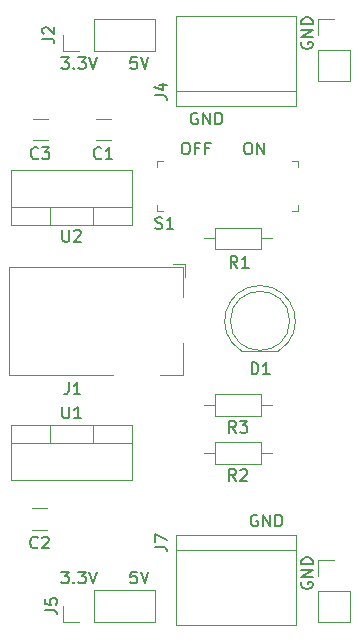
<source format=gto>
%TF.GenerationSoftware,KiCad,Pcbnew,7.0.11*%
%TF.CreationDate,2024-05-20T00:03:04+02:00*%
%TF.ProjectId,Power supply,506f7765-7220-4737-9570-706c792e6b69,rev?*%
%TF.SameCoordinates,Original*%
%TF.FileFunction,Legend,Top*%
%TF.FilePolarity,Positive*%
%FSLAX46Y46*%
G04 Gerber Fmt 4.6, Leading zero omitted, Abs format (unit mm)*
G04 Created by KiCad (PCBNEW 7.0.11) date 2024-05-20 00:03:04*
%MOMM*%
%LPD*%
G01*
G04 APERTURE LIST*
%ADD10C,0.150000*%
%ADD11C,0.120000*%
%ADD12C,0.100000*%
G04 APERTURE END LIST*
D10*
X146113619Y-57289819D02*
X146304095Y-57289819D01*
X146304095Y-57289819D02*
X146399333Y-57337438D01*
X146399333Y-57337438D02*
X146494571Y-57432676D01*
X146494571Y-57432676D02*
X146542190Y-57623152D01*
X146542190Y-57623152D02*
X146542190Y-57956485D01*
X146542190Y-57956485D02*
X146494571Y-58146961D01*
X146494571Y-58146961D02*
X146399333Y-58242200D01*
X146399333Y-58242200D02*
X146304095Y-58289819D01*
X146304095Y-58289819D02*
X146113619Y-58289819D01*
X146113619Y-58289819D02*
X146018381Y-58242200D01*
X146018381Y-58242200D02*
X145923143Y-58146961D01*
X145923143Y-58146961D02*
X145875524Y-57956485D01*
X145875524Y-57956485D02*
X145875524Y-57623152D01*
X145875524Y-57623152D02*
X145923143Y-57432676D01*
X145923143Y-57432676D02*
X146018381Y-57337438D01*
X146018381Y-57337438D02*
X146113619Y-57289819D01*
X147304095Y-57766009D02*
X146970762Y-57766009D01*
X146970762Y-58289819D02*
X146970762Y-57289819D01*
X146970762Y-57289819D02*
X147446952Y-57289819D01*
X148161238Y-57766009D02*
X147827905Y-57766009D01*
X147827905Y-58289819D02*
X147827905Y-57289819D01*
X147827905Y-57289819D02*
X148304095Y-57289819D01*
X151399952Y-57289819D02*
X151590428Y-57289819D01*
X151590428Y-57289819D02*
X151685666Y-57337438D01*
X151685666Y-57337438D02*
X151780904Y-57432676D01*
X151780904Y-57432676D02*
X151828523Y-57623152D01*
X151828523Y-57623152D02*
X151828523Y-57956485D01*
X151828523Y-57956485D02*
X151780904Y-58146961D01*
X151780904Y-58146961D02*
X151685666Y-58242200D01*
X151685666Y-58242200D02*
X151590428Y-58289819D01*
X151590428Y-58289819D02*
X151399952Y-58289819D01*
X151399952Y-58289819D02*
X151304714Y-58242200D01*
X151304714Y-58242200D02*
X151209476Y-58146961D01*
X151209476Y-58146961D02*
X151161857Y-57956485D01*
X151161857Y-57956485D02*
X151161857Y-57623152D01*
X151161857Y-57623152D02*
X151209476Y-57432676D01*
X151209476Y-57432676D02*
X151304714Y-57337438D01*
X151304714Y-57337438D02*
X151399952Y-57289819D01*
X152257095Y-58289819D02*
X152257095Y-57289819D01*
X152257095Y-57289819D02*
X152828523Y-58289819D01*
X152828523Y-58289819D02*
X152828523Y-57289819D01*
X152273095Y-88833438D02*
X152177857Y-88785819D01*
X152177857Y-88785819D02*
X152035000Y-88785819D01*
X152035000Y-88785819D02*
X151892143Y-88833438D01*
X151892143Y-88833438D02*
X151796905Y-88928676D01*
X151796905Y-88928676D02*
X151749286Y-89023914D01*
X151749286Y-89023914D02*
X151701667Y-89214390D01*
X151701667Y-89214390D02*
X151701667Y-89357247D01*
X151701667Y-89357247D02*
X151749286Y-89547723D01*
X151749286Y-89547723D02*
X151796905Y-89642961D01*
X151796905Y-89642961D02*
X151892143Y-89738200D01*
X151892143Y-89738200D02*
X152035000Y-89785819D01*
X152035000Y-89785819D02*
X152130238Y-89785819D01*
X152130238Y-89785819D02*
X152273095Y-89738200D01*
X152273095Y-89738200D02*
X152320714Y-89690580D01*
X152320714Y-89690580D02*
X152320714Y-89357247D01*
X152320714Y-89357247D02*
X152130238Y-89357247D01*
X152749286Y-89785819D02*
X152749286Y-88785819D01*
X152749286Y-88785819D02*
X153320714Y-89785819D01*
X153320714Y-89785819D02*
X153320714Y-88785819D01*
X153796905Y-89785819D02*
X153796905Y-88785819D01*
X153796905Y-88785819D02*
X154035000Y-88785819D01*
X154035000Y-88785819D02*
X154177857Y-88833438D01*
X154177857Y-88833438D02*
X154273095Y-88928676D01*
X154273095Y-88928676D02*
X154320714Y-89023914D01*
X154320714Y-89023914D02*
X154368333Y-89214390D01*
X154368333Y-89214390D02*
X154368333Y-89357247D01*
X154368333Y-89357247D02*
X154320714Y-89547723D01*
X154320714Y-89547723D02*
X154273095Y-89642961D01*
X154273095Y-89642961D02*
X154177857Y-89738200D01*
X154177857Y-89738200D02*
X154035000Y-89785819D01*
X154035000Y-89785819D02*
X153796905Y-89785819D01*
X147193095Y-54797438D02*
X147097857Y-54749819D01*
X147097857Y-54749819D02*
X146955000Y-54749819D01*
X146955000Y-54749819D02*
X146812143Y-54797438D01*
X146812143Y-54797438D02*
X146716905Y-54892676D01*
X146716905Y-54892676D02*
X146669286Y-54987914D01*
X146669286Y-54987914D02*
X146621667Y-55178390D01*
X146621667Y-55178390D02*
X146621667Y-55321247D01*
X146621667Y-55321247D02*
X146669286Y-55511723D01*
X146669286Y-55511723D02*
X146716905Y-55606961D01*
X146716905Y-55606961D02*
X146812143Y-55702200D01*
X146812143Y-55702200D02*
X146955000Y-55749819D01*
X146955000Y-55749819D02*
X147050238Y-55749819D01*
X147050238Y-55749819D02*
X147193095Y-55702200D01*
X147193095Y-55702200D02*
X147240714Y-55654580D01*
X147240714Y-55654580D02*
X147240714Y-55321247D01*
X147240714Y-55321247D02*
X147050238Y-55321247D01*
X147669286Y-55749819D02*
X147669286Y-54749819D01*
X147669286Y-54749819D02*
X148240714Y-55749819D01*
X148240714Y-55749819D02*
X148240714Y-54749819D01*
X148716905Y-55749819D02*
X148716905Y-54749819D01*
X148716905Y-54749819D02*
X148955000Y-54749819D01*
X148955000Y-54749819D02*
X149097857Y-54797438D01*
X149097857Y-54797438D02*
X149193095Y-54892676D01*
X149193095Y-54892676D02*
X149240714Y-54987914D01*
X149240714Y-54987914D02*
X149288333Y-55178390D01*
X149288333Y-55178390D02*
X149288333Y-55321247D01*
X149288333Y-55321247D02*
X149240714Y-55511723D01*
X149240714Y-55511723D02*
X149193095Y-55606961D01*
X149193095Y-55606961D02*
X149097857Y-55702200D01*
X149097857Y-55702200D02*
X148955000Y-55749819D01*
X148955000Y-55749819D02*
X148716905Y-55749819D01*
X142049523Y-50050819D02*
X141573333Y-50050819D01*
X141573333Y-50050819D02*
X141525714Y-50527009D01*
X141525714Y-50527009D02*
X141573333Y-50479390D01*
X141573333Y-50479390D02*
X141668571Y-50431771D01*
X141668571Y-50431771D02*
X141906666Y-50431771D01*
X141906666Y-50431771D02*
X142001904Y-50479390D01*
X142001904Y-50479390D02*
X142049523Y-50527009D01*
X142049523Y-50527009D02*
X142097142Y-50622247D01*
X142097142Y-50622247D02*
X142097142Y-50860342D01*
X142097142Y-50860342D02*
X142049523Y-50955580D01*
X142049523Y-50955580D02*
X142001904Y-51003200D01*
X142001904Y-51003200D02*
X141906666Y-51050819D01*
X141906666Y-51050819D02*
X141668571Y-51050819D01*
X141668571Y-51050819D02*
X141573333Y-51003200D01*
X141573333Y-51003200D02*
X141525714Y-50955580D01*
X142382857Y-50050819D02*
X142716190Y-51050819D01*
X142716190Y-51050819D02*
X143049523Y-50050819D01*
X135683810Y-50050819D02*
X136302857Y-50050819D01*
X136302857Y-50050819D02*
X135969524Y-50431771D01*
X135969524Y-50431771D02*
X136112381Y-50431771D01*
X136112381Y-50431771D02*
X136207619Y-50479390D01*
X136207619Y-50479390D02*
X136255238Y-50527009D01*
X136255238Y-50527009D02*
X136302857Y-50622247D01*
X136302857Y-50622247D02*
X136302857Y-50860342D01*
X136302857Y-50860342D02*
X136255238Y-50955580D01*
X136255238Y-50955580D02*
X136207619Y-51003200D01*
X136207619Y-51003200D02*
X136112381Y-51050819D01*
X136112381Y-51050819D02*
X135826667Y-51050819D01*
X135826667Y-51050819D02*
X135731429Y-51003200D01*
X135731429Y-51003200D02*
X135683810Y-50955580D01*
X136731429Y-50955580D02*
X136779048Y-51003200D01*
X136779048Y-51003200D02*
X136731429Y-51050819D01*
X136731429Y-51050819D02*
X136683810Y-51003200D01*
X136683810Y-51003200D02*
X136731429Y-50955580D01*
X136731429Y-50955580D02*
X136731429Y-51050819D01*
X137112381Y-50050819D02*
X137731428Y-50050819D01*
X137731428Y-50050819D02*
X137398095Y-50431771D01*
X137398095Y-50431771D02*
X137540952Y-50431771D01*
X137540952Y-50431771D02*
X137636190Y-50479390D01*
X137636190Y-50479390D02*
X137683809Y-50527009D01*
X137683809Y-50527009D02*
X137731428Y-50622247D01*
X137731428Y-50622247D02*
X137731428Y-50860342D01*
X137731428Y-50860342D02*
X137683809Y-50955580D01*
X137683809Y-50955580D02*
X137636190Y-51003200D01*
X137636190Y-51003200D02*
X137540952Y-51050819D01*
X137540952Y-51050819D02*
X137255238Y-51050819D01*
X137255238Y-51050819D02*
X137160000Y-51003200D01*
X137160000Y-51003200D02*
X137112381Y-50955580D01*
X138017143Y-50050819D02*
X138350476Y-51050819D01*
X138350476Y-51050819D02*
X138683809Y-50050819D01*
X142049523Y-93611819D02*
X141573333Y-93611819D01*
X141573333Y-93611819D02*
X141525714Y-94088009D01*
X141525714Y-94088009D02*
X141573333Y-94040390D01*
X141573333Y-94040390D02*
X141668571Y-93992771D01*
X141668571Y-93992771D02*
X141906666Y-93992771D01*
X141906666Y-93992771D02*
X142001904Y-94040390D01*
X142001904Y-94040390D02*
X142049523Y-94088009D01*
X142049523Y-94088009D02*
X142097142Y-94183247D01*
X142097142Y-94183247D02*
X142097142Y-94421342D01*
X142097142Y-94421342D02*
X142049523Y-94516580D01*
X142049523Y-94516580D02*
X142001904Y-94564200D01*
X142001904Y-94564200D02*
X141906666Y-94611819D01*
X141906666Y-94611819D02*
X141668571Y-94611819D01*
X141668571Y-94611819D02*
X141573333Y-94564200D01*
X141573333Y-94564200D02*
X141525714Y-94516580D01*
X142382857Y-93611819D02*
X142716190Y-94611819D01*
X142716190Y-94611819D02*
X143049523Y-93611819D01*
X135683810Y-93611819D02*
X136302857Y-93611819D01*
X136302857Y-93611819D02*
X135969524Y-93992771D01*
X135969524Y-93992771D02*
X136112381Y-93992771D01*
X136112381Y-93992771D02*
X136207619Y-94040390D01*
X136207619Y-94040390D02*
X136255238Y-94088009D01*
X136255238Y-94088009D02*
X136302857Y-94183247D01*
X136302857Y-94183247D02*
X136302857Y-94421342D01*
X136302857Y-94421342D02*
X136255238Y-94516580D01*
X136255238Y-94516580D02*
X136207619Y-94564200D01*
X136207619Y-94564200D02*
X136112381Y-94611819D01*
X136112381Y-94611819D02*
X135826667Y-94611819D01*
X135826667Y-94611819D02*
X135731429Y-94564200D01*
X135731429Y-94564200D02*
X135683810Y-94516580D01*
X136731429Y-94516580D02*
X136779048Y-94564200D01*
X136779048Y-94564200D02*
X136731429Y-94611819D01*
X136731429Y-94611819D02*
X136683810Y-94564200D01*
X136683810Y-94564200D02*
X136731429Y-94516580D01*
X136731429Y-94516580D02*
X136731429Y-94611819D01*
X137112381Y-93611819D02*
X137731428Y-93611819D01*
X137731428Y-93611819D02*
X137398095Y-93992771D01*
X137398095Y-93992771D02*
X137540952Y-93992771D01*
X137540952Y-93992771D02*
X137636190Y-94040390D01*
X137636190Y-94040390D02*
X137683809Y-94088009D01*
X137683809Y-94088009D02*
X137731428Y-94183247D01*
X137731428Y-94183247D02*
X137731428Y-94421342D01*
X137731428Y-94421342D02*
X137683809Y-94516580D01*
X137683809Y-94516580D02*
X137636190Y-94564200D01*
X137636190Y-94564200D02*
X137540952Y-94611819D01*
X137540952Y-94611819D02*
X137255238Y-94611819D01*
X137255238Y-94611819D02*
X137160000Y-94564200D01*
X137160000Y-94564200D02*
X137112381Y-94516580D01*
X138017143Y-93611819D02*
X138350476Y-94611819D01*
X138350476Y-94611819D02*
X138683809Y-93611819D01*
X156016438Y-94516411D02*
X155968819Y-94611649D01*
X155968819Y-94611649D02*
X155968819Y-94754506D01*
X155968819Y-94754506D02*
X156016438Y-94897363D01*
X156016438Y-94897363D02*
X156111676Y-94992601D01*
X156111676Y-94992601D02*
X156206914Y-95040220D01*
X156206914Y-95040220D02*
X156397390Y-95087839D01*
X156397390Y-95087839D02*
X156540247Y-95087839D01*
X156540247Y-95087839D02*
X156730723Y-95040220D01*
X156730723Y-95040220D02*
X156825961Y-94992601D01*
X156825961Y-94992601D02*
X156921200Y-94897363D01*
X156921200Y-94897363D02*
X156968819Y-94754506D01*
X156968819Y-94754506D02*
X156968819Y-94659268D01*
X156968819Y-94659268D02*
X156921200Y-94516411D01*
X156921200Y-94516411D02*
X156873580Y-94468792D01*
X156873580Y-94468792D02*
X156540247Y-94468792D01*
X156540247Y-94468792D02*
X156540247Y-94659268D01*
X156968819Y-94040220D02*
X155968819Y-94040220D01*
X155968819Y-94040220D02*
X156968819Y-93468792D01*
X156968819Y-93468792D02*
X155968819Y-93468792D01*
X156968819Y-92992601D02*
X155968819Y-92992601D01*
X155968819Y-92992601D02*
X155968819Y-92754506D01*
X155968819Y-92754506D02*
X156016438Y-92611649D01*
X156016438Y-92611649D02*
X156111676Y-92516411D01*
X156111676Y-92516411D02*
X156206914Y-92468792D01*
X156206914Y-92468792D02*
X156397390Y-92421173D01*
X156397390Y-92421173D02*
X156540247Y-92421173D01*
X156540247Y-92421173D02*
X156730723Y-92468792D01*
X156730723Y-92468792D02*
X156825961Y-92516411D01*
X156825961Y-92516411D02*
X156921200Y-92611649D01*
X156921200Y-92611649D02*
X156968819Y-92754506D01*
X156968819Y-92754506D02*
X156968819Y-92992601D01*
X156016438Y-48796411D02*
X155968819Y-48891649D01*
X155968819Y-48891649D02*
X155968819Y-49034506D01*
X155968819Y-49034506D02*
X156016438Y-49177363D01*
X156016438Y-49177363D02*
X156111676Y-49272601D01*
X156111676Y-49272601D02*
X156206914Y-49320220D01*
X156206914Y-49320220D02*
X156397390Y-49367839D01*
X156397390Y-49367839D02*
X156540247Y-49367839D01*
X156540247Y-49367839D02*
X156730723Y-49320220D01*
X156730723Y-49320220D02*
X156825961Y-49272601D01*
X156825961Y-49272601D02*
X156921200Y-49177363D01*
X156921200Y-49177363D02*
X156968819Y-49034506D01*
X156968819Y-49034506D02*
X156968819Y-48939268D01*
X156968819Y-48939268D02*
X156921200Y-48796411D01*
X156921200Y-48796411D02*
X156873580Y-48748792D01*
X156873580Y-48748792D02*
X156540247Y-48748792D01*
X156540247Y-48748792D02*
X156540247Y-48939268D01*
X156968819Y-48320220D02*
X155968819Y-48320220D01*
X155968819Y-48320220D02*
X156968819Y-47748792D01*
X156968819Y-47748792D02*
X155968819Y-47748792D01*
X156968819Y-47272601D02*
X155968819Y-47272601D01*
X155968819Y-47272601D02*
X155968819Y-47034506D01*
X155968819Y-47034506D02*
X156016438Y-46891649D01*
X156016438Y-46891649D02*
X156111676Y-46796411D01*
X156111676Y-46796411D02*
X156206914Y-46748792D01*
X156206914Y-46748792D02*
X156397390Y-46701173D01*
X156397390Y-46701173D02*
X156540247Y-46701173D01*
X156540247Y-46701173D02*
X156730723Y-46748792D01*
X156730723Y-46748792D02*
X156825961Y-46796411D01*
X156825961Y-46796411D02*
X156921200Y-46891649D01*
X156921200Y-46891649D02*
X156968819Y-47034506D01*
X156968819Y-47034506D02*
X156968819Y-47272601D01*
X135763095Y-64684819D02*
X135763095Y-65494342D01*
X135763095Y-65494342D02*
X135810714Y-65589580D01*
X135810714Y-65589580D02*
X135858333Y-65637200D01*
X135858333Y-65637200D02*
X135953571Y-65684819D01*
X135953571Y-65684819D02*
X136144047Y-65684819D01*
X136144047Y-65684819D02*
X136239285Y-65637200D01*
X136239285Y-65637200D02*
X136286904Y-65589580D01*
X136286904Y-65589580D02*
X136334523Y-65494342D01*
X136334523Y-65494342D02*
X136334523Y-64684819D01*
X136763095Y-64780057D02*
X136810714Y-64732438D01*
X136810714Y-64732438D02*
X136905952Y-64684819D01*
X136905952Y-64684819D02*
X137144047Y-64684819D01*
X137144047Y-64684819D02*
X137239285Y-64732438D01*
X137239285Y-64732438D02*
X137286904Y-64780057D01*
X137286904Y-64780057D02*
X137334523Y-64875295D01*
X137334523Y-64875295D02*
X137334523Y-64970533D01*
X137334523Y-64970533D02*
X137286904Y-65113390D01*
X137286904Y-65113390D02*
X136715476Y-65684819D01*
X136715476Y-65684819D02*
X137334523Y-65684819D01*
X135763095Y-79639819D02*
X135763095Y-80449342D01*
X135763095Y-80449342D02*
X135810714Y-80544580D01*
X135810714Y-80544580D02*
X135858333Y-80592200D01*
X135858333Y-80592200D02*
X135953571Y-80639819D01*
X135953571Y-80639819D02*
X136144047Y-80639819D01*
X136144047Y-80639819D02*
X136239285Y-80592200D01*
X136239285Y-80592200D02*
X136286904Y-80544580D01*
X136286904Y-80544580D02*
X136334523Y-80449342D01*
X136334523Y-80449342D02*
X136334523Y-79639819D01*
X137334523Y-80639819D02*
X136763095Y-80639819D01*
X137048809Y-80639819D02*
X137048809Y-79639819D01*
X137048809Y-79639819D02*
X136953571Y-79782676D01*
X136953571Y-79782676D02*
X136858333Y-79877914D01*
X136858333Y-79877914D02*
X136763095Y-79925533D01*
X143637095Y-64542200D02*
X143779952Y-64589819D01*
X143779952Y-64589819D02*
X144018047Y-64589819D01*
X144018047Y-64589819D02*
X144113285Y-64542200D01*
X144113285Y-64542200D02*
X144160904Y-64494580D01*
X144160904Y-64494580D02*
X144208523Y-64399342D01*
X144208523Y-64399342D02*
X144208523Y-64304104D01*
X144208523Y-64304104D02*
X144160904Y-64208866D01*
X144160904Y-64208866D02*
X144113285Y-64161247D01*
X144113285Y-64161247D02*
X144018047Y-64113628D01*
X144018047Y-64113628D02*
X143827571Y-64066009D01*
X143827571Y-64066009D02*
X143732333Y-64018390D01*
X143732333Y-64018390D02*
X143684714Y-63970771D01*
X143684714Y-63970771D02*
X143637095Y-63875533D01*
X143637095Y-63875533D02*
X143637095Y-63780295D01*
X143637095Y-63780295D02*
X143684714Y-63685057D01*
X143684714Y-63685057D02*
X143732333Y-63637438D01*
X143732333Y-63637438D02*
X143827571Y-63589819D01*
X143827571Y-63589819D02*
X144065666Y-63589819D01*
X144065666Y-63589819D02*
X144208523Y-63637438D01*
X145160904Y-64589819D02*
X144589476Y-64589819D01*
X144875190Y-64589819D02*
X144875190Y-63589819D01*
X144875190Y-63589819D02*
X144779952Y-63732676D01*
X144779952Y-63732676D02*
X144684714Y-63827914D01*
X144684714Y-63827914D02*
X144589476Y-63875533D01*
X150455333Y-81861819D02*
X150122000Y-81385628D01*
X149883905Y-81861819D02*
X149883905Y-80861819D01*
X149883905Y-80861819D02*
X150264857Y-80861819D01*
X150264857Y-80861819D02*
X150360095Y-80909438D01*
X150360095Y-80909438D02*
X150407714Y-80957057D01*
X150407714Y-80957057D02*
X150455333Y-81052295D01*
X150455333Y-81052295D02*
X150455333Y-81195152D01*
X150455333Y-81195152D02*
X150407714Y-81290390D01*
X150407714Y-81290390D02*
X150360095Y-81338009D01*
X150360095Y-81338009D02*
X150264857Y-81385628D01*
X150264857Y-81385628D02*
X149883905Y-81385628D01*
X150788667Y-80861819D02*
X151407714Y-80861819D01*
X151407714Y-80861819D02*
X151074381Y-81242771D01*
X151074381Y-81242771D02*
X151217238Y-81242771D01*
X151217238Y-81242771D02*
X151312476Y-81290390D01*
X151312476Y-81290390D02*
X151360095Y-81338009D01*
X151360095Y-81338009D02*
X151407714Y-81433247D01*
X151407714Y-81433247D02*
X151407714Y-81671342D01*
X151407714Y-81671342D02*
X151360095Y-81766580D01*
X151360095Y-81766580D02*
X151312476Y-81814200D01*
X151312476Y-81814200D02*
X151217238Y-81861819D01*
X151217238Y-81861819D02*
X150931524Y-81861819D01*
X150931524Y-81861819D02*
X150836286Y-81814200D01*
X150836286Y-81814200D02*
X150788667Y-81766580D01*
X150455333Y-85940819D02*
X150122000Y-85464628D01*
X149883905Y-85940819D02*
X149883905Y-84940819D01*
X149883905Y-84940819D02*
X150264857Y-84940819D01*
X150264857Y-84940819D02*
X150360095Y-84988438D01*
X150360095Y-84988438D02*
X150407714Y-85036057D01*
X150407714Y-85036057D02*
X150455333Y-85131295D01*
X150455333Y-85131295D02*
X150455333Y-85274152D01*
X150455333Y-85274152D02*
X150407714Y-85369390D01*
X150407714Y-85369390D02*
X150360095Y-85417009D01*
X150360095Y-85417009D02*
X150264857Y-85464628D01*
X150264857Y-85464628D02*
X149883905Y-85464628D01*
X150836286Y-85036057D02*
X150883905Y-84988438D01*
X150883905Y-84988438D02*
X150979143Y-84940819D01*
X150979143Y-84940819D02*
X151217238Y-84940819D01*
X151217238Y-84940819D02*
X151312476Y-84988438D01*
X151312476Y-84988438D02*
X151360095Y-85036057D01*
X151360095Y-85036057D02*
X151407714Y-85131295D01*
X151407714Y-85131295D02*
X151407714Y-85226533D01*
X151407714Y-85226533D02*
X151360095Y-85369390D01*
X151360095Y-85369390D02*
X150788667Y-85940819D01*
X150788667Y-85940819D02*
X151407714Y-85940819D01*
X150582333Y-67891819D02*
X150249000Y-67415628D01*
X150010905Y-67891819D02*
X150010905Y-66891819D01*
X150010905Y-66891819D02*
X150391857Y-66891819D01*
X150391857Y-66891819D02*
X150487095Y-66939438D01*
X150487095Y-66939438D02*
X150534714Y-66987057D01*
X150534714Y-66987057D02*
X150582333Y-67082295D01*
X150582333Y-67082295D02*
X150582333Y-67225152D01*
X150582333Y-67225152D02*
X150534714Y-67320390D01*
X150534714Y-67320390D02*
X150487095Y-67368009D01*
X150487095Y-67368009D02*
X150391857Y-67415628D01*
X150391857Y-67415628D02*
X150010905Y-67415628D01*
X151534714Y-67891819D02*
X150963286Y-67891819D01*
X151249000Y-67891819D02*
X151249000Y-66891819D01*
X151249000Y-66891819D02*
X151153762Y-67034676D01*
X151153762Y-67034676D02*
X151058524Y-67129914D01*
X151058524Y-67129914D02*
X150963286Y-67177533D01*
X143599819Y-91519333D02*
X144314104Y-91519333D01*
X144314104Y-91519333D02*
X144456961Y-91566952D01*
X144456961Y-91566952D02*
X144552200Y-91662190D01*
X144552200Y-91662190D02*
X144599819Y-91805047D01*
X144599819Y-91805047D02*
X144599819Y-91900285D01*
X143599819Y-91138380D02*
X143599819Y-90471714D01*
X143599819Y-90471714D02*
X144599819Y-90900285D01*
X134299819Y-96863333D02*
X135014104Y-96863333D01*
X135014104Y-96863333D02*
X135156961Y-96910952D01*
X135156961Y-96910952D02*
X135252200Y-97006190D01*
X135252200Y-97006190D02*
X135299819Y-97149047D01*
X135299819Y-97149047D02*
X135299819Y-97244285D01*
X134299819Y-95910952D02*
X134299819Y-96387142D01*
X134299819Y-96387142D02*
X134776009Y-96434761D01*
X134776009Y-96434761D02*
X134728390Y-96387142D01*
X134728390Y-96387142D02*
X134680771Y-96291904D01*
X134680771Y-96291904D02*
X134680771Y-96053809D01*
X134680771Y-96053809D02*
X134728390Y-95958571D01*
X134728390Y-95958571D02*
X134776009Y-95910952D01*
X134776009Y-95910952D02*
X134871247Y-95863333D01*
X134871247Y-95863333D02*
X135109342Y-95863333D01*
X135109342Y-95863333D02*
X135204580Y-95910952D01*
X135204580Y-95910952D02*
X135252200Y-95958571D01*
X135252200Y-95958571D02*
X135299819Y-96053809D01*
X135299819Y-96053809D02*
X135299819Y-96291904D01*
X135299819Y-96291904D02*
X135252200Y-96387142D01*
X135252200Y-96387142D02*
X135204580Y-96434761D01*
X143599819Y-53292333D02*
X144314104Y-53292333D01*
X144314104Y-53292333D02*
X144456961Y-53339952D01*
X144456961Y-53339952D02*
X144552200Y-53435190D01*
X144552200Y-53435190D02*
X144599819Y-53578047D01*
X144599819Y-53578047D02*
X144599819Y-53673285D01*
X143933152Y-52387571D02*
X144599819Y-52387571D01*
X143552200Y-52625666D02*
X144266485Y-52863761D01*
X144266485Y-52863761D02*
X144266485Y-52244714D01*
X134074819Y-48517133D02*
X134789104Y-48517133D01*
X134789104Y-48517133D02*
X134931961Y-48564752D01*
X134931961Y-48564752D02*
X135027200Y-48659990D01*
X135027200Y-48659990D02*
X135074819Y-48802847D01*
X135074819Y-48802847D02*
X135074819Y-48898085D01*
X134170057Y-48088561D02*
X134122438Y-48040942D01*
X134122438Y-48040942D02*
X134074819Y-47945704D01*
X134074819Y-47945704D02*
X134074819Y-47707609D01*
X134074819Y-47707609D02*
X134122438Y-47612371D01*
X134122438Y-47612371D02*
X134170057Y-47564752D01*
X134170057Y-47564752D02*
X134265295Y-47517133D01*
X134265295Y-47517133D02*
X134360533Y-47517133D01*
X134360533Y-47517133D02*
X134503390Y-47564752D01*
X134503390Y-47564752D02*
X135074819Y-48136180D01*
X135074819Y-48136180D02*
X135074819Y-47517133D01*
X136281666Y-77594819D02*
X136281666Y-78309104D01*
X136281666Y-78309104D02*
X136234047Y-78451961D01*
X136234047Y-78451961D02*
X136138809Y-78547200D01*
X136138809Y-78547200D02*
X135995952Y-78594819D01*
X135995952Y-78594819D02*
X135900714Y-78594819D01*
X137281666Y-78594819D02*
X136710238Y-78594819D01*
X136995952Y-78594819D02*
X136995952Y-77594819D01*
X136995952Y-77594819D02*
X136900714Y-77737676D01*
X136900714Y-77737676D02*
X136805476Y-77832914D01*
X136805476Y-77832914D02*
X136710238Y-77880533D01*
X151788905Y-76908819D02*
X151788905Y-75908819D01*
X151788905Y-75908819D02*
X152027000Y-75908819D01*
X152027000Y-75908819D02*
X152169857Y-75956438D01*
X152169857Y-75956438D02*
X152265095Y-76051676D01*
X152265095Y-76051676D02*
X152312714Y-76146914D01*
X152312714Y-76146914D02*
X152360333Y-76337390D01*
X152360333Y-76337390D02*
X152360333Y-76480247D01*
X152360333Y-76480247D02*
X152312714Y-76670723D01*
X152312714Y-76670723D02*
X152265095Y-76765961D01*
X152265095Y-76765961D02*
X152169857Y-76861200D01*
X152169857Y-76861200D02*
X152027000Y-76908819D01*
X152027000Y-76908819D02*
X151788905Y-76908819D01*
X153312714Y-76908819D02*
X152741286Y-76908819D01*
X153027000Y-76908819D02*
X153027000Y-75908819D01*
X153027000Y-75908819D02*
X152931762Y-76051676D01*
X152931762Y-76051676D02*
X152836524Y-76146914D01*
X152836524Y-76146914D02*
X152741286Y-76194533D01*
X133711333Y-58599580D02*
X133663714Y-58647200D01*
X133663714Y-58647200D02*
X133520857Y-58694819D01*
X133520857Y-58694819D02*
X133425619Y-58694819D01*
X133425619Y-58694819D02*
X133282762Y-58647200D01*
X133282762Y-58647200D02*
X133187524Y-58551961D01*
X133187524Y-58551961D02*
X133139905Y-58456723D01*
X133139905Y-58456723D02*
X133092286Y-58266247D01*
X133092286Y-58266247D02*
X133092286Y-58123390D01*
X133092286Y-58123390D02*
X133139905Y-57932914D01*
X133139905Y-57932914D02*
X133187524Y-57837676D01*
X133187524Y-57837676D02*
X133282762Y-57742438D01*
X133282762Y-57742438D02*
X133425619Y-57694819D01*
X133425619Y-57694819D02*
X133520857Y-57694819D01*
X133520857Y-57694819D02*
X133663714Y-57742438D01*
X133663714Y-57742438D02*
X133711333Y-57790057D01*
X134044667Y-57694819D02*
X134663714Y-57694819D01*
X134663714Y-57694819D02*
X134330381Y-58075771D01*
X134330381Y-58075771D02*
X134473238Y-58075771D01*
X134473238Y-58075771D02*
X134568476Y-58123390D01*
X134568476Y-58123390D02*
X134616095Y-58171009D01*
X134616095Y-58171009D02*
X134663714Y-58266247D01*
X134663714Y-58266247D02*
X134663714Y-58504342D01*
X134663714Y-58504342D02*
X134616095Y-58599580D01*
X134616095Y-58599580D02*
X134568476Y-58647200D01*
X134568476Y-58647200D02*
X134473238Y-58694819D01*
X134473238Y-58694819D02*
X134187524Y-58694819D01*
X134187524Y-58694819D02*
X134092286Y-58647200D01*
X134092286Y-58647200D02*
X134044667Y-58599580D01*
X133671333Y-91563580D02*
X133623714Y-91611200D01*
X133623714Y-91611200D02*
X133480857Y-91658819D01*
X133480857Y-91658819D02*
X133385619Y-91658819D01*
X133385619Y-91658819D02*
X133242762Y-91611200D01*
X133242762Y-91611200D02*
X133147524Y-91515961D01*
X133147524Y-91515961D02*
X133099905Y-91420723D01*
X133099905Y-91420723D02*
X133052286Y-91230247D01*
X133052286Y-91230247D02*
X133052286Y-91087390D01*
X133052286Y-91087390D02*
X133099905Y-90896914D01*
X133099905Y-90896914D02*
X133147524Y-90801676D01*
X133147524Y-90801676D02*
X133242762Y-90706438D01*
X133242762Y-90706438D02*
X133385619Y-90658819D01*
X133385619Y-90658819D02*
X133480857Y-90658819D01*
X133480857Y-90658819D02*
X133623714Y-90706438D01*
X133623714Y-90706438D02*
X133671333Y-90754057D01*
X134052286Y-90754057D02*
X134099905Y-90706438D01*
X134099905Y-90706438D02*
X134195143Y-90658819D01*
X134195143Y-90658819D02*
X134433238Y-90658819D01*
X134433238Y-90658819D02*
X134528476Y-90706438D01*
X134528476Y-90706438D02*
X134576095Y-90754057D01*
X134576095Y-90754057D02*
X134623714Y-90849295D01*
X134623714Y-90849295D02*
X134623714Y-90944533D01*
X134623714Y-90944533D02*
X134576095Y-91087390D01*
X134576095Y-91087390D02*
X134004667Y-91658819D01*
X134004667Y-91658819D02*
X134623714Y-91658819D01*
X139045333Y-58599580D02*
X138997714Y-58647200D01*
X138997714Y-58647200D02*
X138854857Y-58694819D01*
X138854857Y-58694819D02*
X138759619Y-58694819D01*
X138759619Y-58694819D02*
X138616762Y-58647200D01*
X138616762Y-58647200D02*
X138521524Y-58551961D01*
X138521524Y-58551961D02*
X138473905Y-58456723D01*
X138473905Y-58456723D02*
X138426286Y-58266247D01*
X138426286Y-58266247D02*
X138426286Y-58123390D01*
X138426286Y-58123390D02*
X138473905Y-57932914D01*
X138473905Y-57932914D02*
X138521524Y-57837676D01*
X138521524Y-57837676D02*
X138616762Y-57742438D01*
X138616762Y-57742438D02*
X138759619Y-57694819D01*
X138759619Y-57694819D02*
X138854857Y-57694819D01*
X138854857Y-57694819D02*
X138997714Y-57742438D01*
X138997714Y-57742438D02*
X139045333Y-57790057D01*
X139997714Y-58694819D02*
X139426286Y-58694819D01*
X139712000Y-58694819D02*
X139712000Y-57694819D01*
X139712000Y-57694819D02*
X139616762Y-57837676D01*
X139616762Y-57837676D02*
X139521524Y-57932914D01*
X139521524Y-57932914D02*
X139426286Y-57980533D01*
D11*
%TO.C,U2*%
X141645000Y-64230000D02*
X131405000Y-64230000D01*
X138375000Y-64230000D02*
X138375000Y-62720000D01*
X134674000Y-64230000D02*
X134674000Y-62720000D01*
X141645000Y-64230000D02*
X141645000Y-59589000D01*
X141645000Y-59589000D02*
X131405000Y-59589000D01*
X131405000Y-64230000D02*
X131405000Y-59589000D01*
X141645000Y-62720000D02*
X131405000Y-62720000D01*
%TO.C,U1*%
X131405000Y-81185000D02*
X141645000Y-81185000D01*
X134675000Y-81185000D02*
X134675000Y-82695000D01*
X138376000Y-81185000D02*
X138376000Y-82695000D01*
X131405000Y-81185000D02*
X131405000Y-85826000D01*
X131405000Y-85826000D02*
X141645000Y-85826000D01*
X141645000Y-81185000D02*
X141645000Y-85826000D01*
X131405000Y-82695000D02*
X141645000Y-82695000D01*
D12*
%TO.C,S1*%
X143775000Y-58860000D02*
X144275000Y-58860000D01*
X143775000Y-58860000D02*
X143775000Y-59360000D01*
X155675000Y-58860000D02*
X155175000Y-58860000D01*
X155675000Y-58860000D02*
X155675000Y-59360000D01*
X155675000Y-63060000D02*
X155175000Y-63060000D01*
X155675000Y-63060000D02*
X155675000Y-62560000D01*
X143775000Y-63060000D02*
X143775000Y-62560000D01*
X143775000Y-63060000D02*
X144275000Y-63060000D01*
D11*
%TO.C,R3*%
X147752000Y-79502000D02*
X148702000Y-79502000D01*
X148702000Y-78582000D02*
X148702000Y-80422000D01*
X153492000Y-79502000D02*
X152542000Y-79502000D01*
X148702000Y-80422000D02*
X152542000Y-80422000D01*
X152542000Y-78582000D02*
X148702000Y-78582000D01*
X152542000Y-80422000D02*
X152542000Y-78582000D01*
%TO.C,R2*%
X148702000Y-82646000D02*
X148702000Y-84486000D01*
X148702000Y-84486000D02*
X152542000Y-84486000D01*
X152542000Y-82646000D02*
X148702000Y-82646000D01*
X147752000Y-83566000D02*
X148702000Y-83566000D01*
X152542000Y-84486000D02*
X152542000Y-82646000D01*
X153492000Y-83566000D02*
X152542000Y-83566000D01*
%TO.C,R1*%
X152542000Y-66325000D02*
X152542000Y-64485000D01*
X152542000Y-64485000D02*
X148702000Y-64485000D01*
X148702000Y-66325000D02*
X152542000Y-66325000D01*
X153492000Y-65405000D02*
X152542000Y-65405000D01*
X148702000Y-64485000D02*
X148702000Y-66325000D01*
X147752000Y-65405000D02*
X148702000Y-65405000D01*
%TO.C,J7*%
X145415000Y-98140000D02*
X155575000Y-98140000D01*
X155575000Y-90520000D02*
X145415000Y-90520000D01*
X145415000Y-91790000D02*
X155575000Y-91790000D01*
X145415000Y-90520000D02*
X145415000Y-98140000D01*
X155575000Y-98140000D02*
X155575000Y-90520000D01*
%TO.C,J6*%
X160080000Y-95250000D02*
X160080000Y-97850000D01*
X157420000Y-92650000D02*
X158750000Y-92650000D01*
X157420000Y-95250000D02*
X160080000Y-95250000D01*
X157420000Y-95250000D02*
X157420000Y-97850000D01*
X157420000Y-97850000D02*
X160080000Y-97850000D01*
X157420000Y-93980000D02*
X157420000Y-92650000D01*
%TO.C,J5*%
X143585000Y-97860000D02*
X143585000Y-95200000D01*
X138445000Y-97860000D02*
X143585000Y-97860000D01*
X137175000Y-97860000D02*
X135845000Y-97860000D01*
X138445000Y-95200000D02*
X143585000Y-95200000D01*
X135845000Y-97860000D02*
X135845000Y-96530000D01*
X138445000Y-97860000D02*
X138445000Y-95200000D01*
%TO.C,J4*%
X145415000Y-46573800D02*
X145415000Y-54193800D01*
X155575000Y-54193800D02*
X155575000Y-46573800D01*
X155575000Y-52923800D02*
X145415000Y-52923800D01*
X145415000Y-54193800D02*
X155575000Y-54193800D01*
X155575000Y-46573800D02*
X145415000Y-46573800D01*
%TO.C,J3*%
X160080000Y-49453800D02*
X160080000Y-52053800D01*
X157420000Y-46853800D02*
X158750000Y-46853800D01*
X157420000Y-49453800D02*
X160080000Y-49453800D01*
X157420000Y-49453800D02*
X157420000Y-52053800D01*
X157420000Y-52053800D02*
X160080000Y-52053800D01*
X157420000Y-48183800D02*
X157420000Y-46853800D01*
%TO.C,J2*%
X143570000Y-49513800D02*
X143570000Y-46853800D01*
X138430000Y-49513800D02*
X143570000Y-49513800D01*
X137160000Y-49513800D02*
X135830000Y-49513800D01*
X138430000Y-46853800D02*
X143570000Y-46853800D01*
X135830000Y-49513800D02*
X135830000Y-48183800D01*
X138430000Y-49513800D02*
X138430000Y-46853800D01*
%TO.C,J1*%
X131265000Y-67790000D02*
X145965000Y-67790000D01*
X131265000Y-76990000D02*
X131265000Y-67790000D01*
X145965000Y-76990000D02*
X144065000Y-76990000D01*
X145965000Y-74290000D02*
X145965000Y-76990000D01*
X145965000Y-67790000D02*
X145965000Y-70390000D01*
X140065000Y-76990000D02*
X131265000Y-76990000D01*
X146165000Y-68640000D02*
X146165000Y-67590000D01*
X145115000Y-67590000D02*
X146165000Y-67590000D01*
%TO.C,D1*%
X150950000Y-74950000D02*
X154040000Y-74950000D01*
X154039830Y-74950000D02*
G75*
G03*
X152494538Y-69400000I-1544830J2560000D01*
G01*
X152495462Y-69400001D02*
G75*
G03*
X150950170Y-74949999I-462J-2989999D01*
G01*
X154995000Y-72390000D02*
G75*
G03*
X149995000Y-72390000I-2500000J0D01*
G01*
X149995000Y-72390000D02*
G75*
G03*
X154995000Y-72390000I2500000J0D01*
G01*
%TO.C,C3*%
X134507000Y-55270000D02*
X133249000Y-55270000D01*
X134507000Y-57110000D02*
X133249000Y-57110000D01*
%TO.C,C2*%
X134467000Y-88234000D02*
X133209000Y-88234000D01*
X134467000Y-90074000D02*
X133209000Y-90074000D01*
%TO.C,C1*%
X139841000Y-57110000D02*
X138583000Y-57110000D01*
X139841000Y-55270000D02*
X138583000Y-55270000D01*
%TD*%
M02*

</source>
